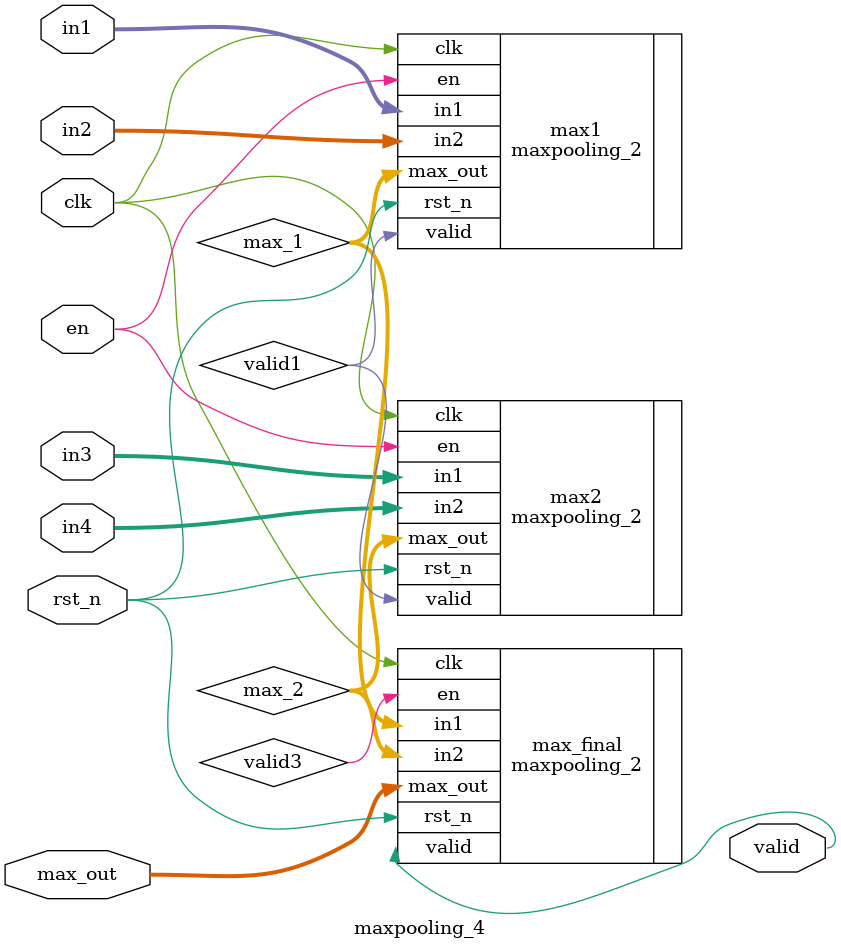
<source format=sv>
module maxpooling_4(
   input [31:0] in1,in2,in3,in4,max_out,
	 input clk,rst_n, 
	 output wire valid,
	 input wire en
);

wire valid1, valid2, valid3;
wire [31:0] max_1,max_2;

assign en3 = valid1 & valid2;

maxpooling_2 max1(
    .in1(in1),.in2(in2),.clk(clk),.rst_n(rst_n),
	 .max_out(max_1), .valid(valid1), .en(en)
);

maxpooling_2 max2(
    .in1(in3),.in2(in4),.clk(clk),.rst_n(rst_n),
	 .max_out(max_2), .valid(valid1), .en(en)
);

maxpooling_2 max_final(
    .in1(max_1),.in2(max_2),.clk(clk),.rst_n(rst_n), .en(valid3),
	 .max_out(max_out), .valid(valid)
);

endmodule

</source>
